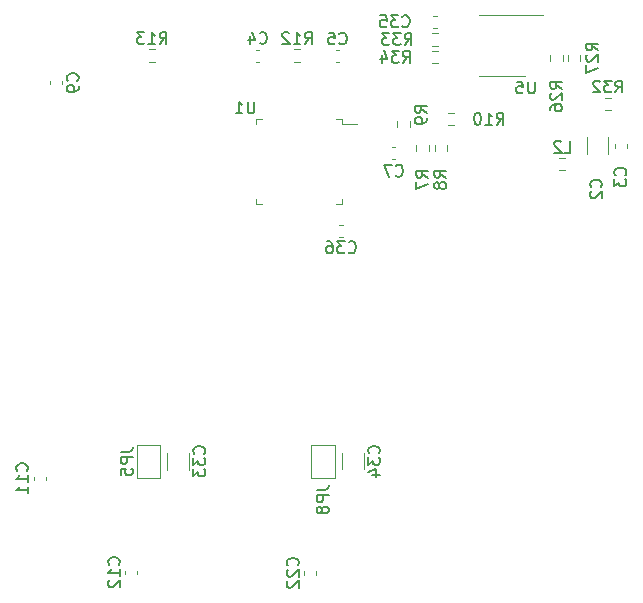
<source format=gbr>
%TF.GenerationSoftware,KiCad,Pcbnew,(6.0.4)*%
%TF.CreationDate,2023-06-02T13:45:04+02:00*%
%TF.ProjectId,Modbus-RJ45-Breakout,4d6f6462-7573-42d5-924a-34352d427265,0.0.2*%
%TF.SameCoordinates,Original*%
%TF.FileFunction,Legend,Bot*%
%TF.FilePolarity,Positive*%
%FSLAX46Y46*%
G04 Gerber Fmt 4.6, Leading zero omitted, Abs format (unit mm)*
G04 Created by KiCad (PCBNEW (6.0.4)) date 2023-06-02 13:45:04*
%MOMM*%
%LPD*%
G01*
G04 APERTURE LIST*
%ADD10C,0.150000*%
%ADD11C,0.120000*%
G04 APERTURE END LIST*
D10*
%TO.C,JP5*%
X87802380Y-87591666D02*
X88516666Y-87591666D01*
X88659523Y-87544047D01*
X88754761Y-87448809D01*
X88802380Y-87305952D01*
X88802380Y-87210714D01*
X88802380Y-88067857D02*
X87802380Y-88067857D01*
X87802380Y-88448809D01*
X87850000Y-88544047D01*
X87897619Y-88591666D01*
X87992857Y-88639285D01*
X88135714Y-88639285D01*
X88230952Y-88591666D01*
X88278571Y-88544047D01*
X88326190Y-88448809D01*
X88326190Y-88067857D01*
X87802380Y-89544047D02*
X87802380Y-89067857D01*
X88278571Y-89020238D01*
X88230952Y-89067857D01*
X88183333Y-89163095D01*
X88183333Y-89401190D01*
X88230952Y-89496428D01*
X88278571Y-89544047D01*
X88373809Y-89591666D01*
X88611904Y-89591666D01*
X88707142Y-89544047D01*
X88754761Y-89496428D01*
X88802380Y-89401190D01*
X88802380Y-89163095D01*
X88754761Y-89067857D01*
X88707142Y-89020238D01*
%TO.C,C35*%
X111642857Y-51557142D02*
X111690476Y-51604761D01*
X111833333Y-51652380D01*
X111928571Y-51652380D01*
X112071428Y-51604761D01*
X112166666Y-51509523D01*
X112214285Y-51414285D01*
X112261904Y-51223809D01*
X112261904Y-51080952D01*
X112214285Y-50890476D01*
X112166666Y-50795238D01*
X112071428Y-50700000D01*
X111928571Y-50652380D01*
X111833333Y-50652380D01*
X111690476Y-50700000D01*
X111642857Y-50747619D01*
X111309523Y-50652380D02*
X110690476Y-50652380D01*
X111023809Y-51033333D01*
X110880952Y-51033333D01*
X110785714Y-51080952D01*
X110738095Y-51128571D01*
X110690476Y-51223809D01*
X110690476Y-51461904D01*
X110738095Y-51557142D01*
X110785714Y-51604761D01*
X110880952Y-51652380D01*
X111166666Y-51652380D01*
X111261904Y-51604761D01*
X111309523Y-51557142D01*
X109785714Y-50652380D02*
X110261904Y-50652380D01*
X110309523Y-51128571D01*
X110261904Y-51080952D01*
X110166666Y-51033333D01*
X109928571Y-51033333D01*
X109833333Y-51080952D01*
X109785714Y-51128571D01*
X109738095Y-51223809D01*
X109738095Y-51461904D01*
X109785714Y-51557142D01*
X109833333Y-51604761D01*
X109928571Y-51652380D01*
X110166666Y-51652380D01*
X110261904Y-51604761D01*
X110309523Y-51557142D01*
%TO.C,R10*%
X119630357Y-59902380D02*
X119963690Y-59426190D01*
X120201785Y-59902380D02*
X120201785Y-58902380D01*
X119820833Y-58902380D01*
X119725595Y-58950000D01*
X119677976Y-58997619D01*
X119630357Y-59092857D01*
X119630357Y-59235714D01*
X119677976Y-59330952D01*
X119725595Y-59378571D01*
X119820833Y-59426190D01*
X120201785Y-59426190D01*
X118677976Y-59902380D02*
X119249404Y-59902380D01*
X118963690Y-59902380D02*
X118963690Y-58902380D01*
X119058928Y-59045238D01*
X119154166Y-59140476D01*
X119249404Y-59188095D01*
X118058928Y-58902380D02*
X117963690Y-58902380D01*
X117868452Y-58950000D01*
X117820833Y-58997619D01*
X117773214Y-59092857D01*
X117725595Y-59283333D01*
X117725595Y-59521428D01*
X117773214Y-59711904D01*
X117820833Y-59807142D01*
X117868452Y-59854761D01*
X117963690Y-59902380D01*
X118058928Y-59902380D01*
X118154166Y-59854761D01*
X118201785Y-59807142D01*
X118249404Y-59711904D01*
X118297023Y-59521428D01*
X118297023Y-59283333D01*
X118249404Y-59092857D01*
X118201785Y-58997619D01*
X118154166Y-58950000D01*
X118058928Y-58902380D01*
%TO.C,C11*%
X79857142Y-89207142D02*
X79904761Y-89159523D01*
X79952380Y-89016666D01*
X79952380Y-88921428D01*
X79904761Y-88778571D01*
X79809523Y-88683333D01*
X79714285Y-88635714D01*
X79523809Y-88588095D01*
X79380952Y-88588095D01*
X79190476Y-88635714D01*
X79095238Y-88683333D01*
X79000000Y-88778571D01*
X78952380Y-88921428D01*
X78952380Y-89016666D01*
X79000000Y-89159523D01*
X79047619Y-89207142D01*
X79952380Y-90159523D02*
X79952380Y-89588095D01*
X79952380Y-89873809D02*
X78952380Y-89873809D01*
X79095238Y-89778571D01*
X79190476Y-89683333D01*
X79238095Y-89588095D01*
X79952380Y-91111904D02*
X79952380Y-90540476D01*
X79952380Y-90826190D02*
X78952380Y-90826190D01*
X79095238Y-90730952D01*
X79190476Y-90635714D01*
X79238095Y-90540476D01*
%TO.C,R12*%
X103392857Y-53072380D02*
X103726190Y-52596190D01*
X103964285Y-53072380D02*
X103964285Y-52072380D01*
X103583333Y-52072380D01*
X103488095Y-52120000D01*
X103440476Y-52167619D01*
X103392857Y-52262857D01*
X103392857Y-52405714D01*
X103440476Y-52500952D01*
X103488095Y-52548571D01*
X103583333Y-52596190D01*
X103964285Y-52596190D01*
X102440476Y-53072380D02*
X103011904Y-53072380D01*
X102726190Y-53072380D02*
X102726190Y-52072380D01*
X102821428Y-52215238D01*
X102916666Y-52310476D01*
X103011904Y-52358095D01*
X102059523Y-52167619D02*
X102011904Y-52120000D01*
X101916666Y-52072380D01*
X101678571Y-52072380D01*
X101583333Y-52120000D01*
X101535714Y-52167619D01*
X101488095Y-52262857D01*
X101488095Y-52358095D01*
X101535714Y-52500952D01*
X102107142Y-53072380D01*
X101488095Y-53072380D01*
%TO.C,C9*%
X84137142Y-56183333D02*
X84184761Y-56135714D01*
X84232380Y-55992857D01*
X84232380Y-55897619D01*
X84184761Y-55754761D01*
X84089523Y-55659523D01*
X83994285Y-55611904D01*
X83803809Y-55564285D01*
X83660952Y-55564285D01*
X83470476Y-55611904D01*
X83375238Y-55659523D01*
X83280000Y-55754761D01*
X83232380Y-55897619D01*
X83232380Y-55992857D01*
X83280000Y-56135714D01*
X83327619Y-56183333D01*
X84232380Y-56659523D02*
X84232380Y-56850000D01*
X84184761Y-56945238D01*
X84137142Y-56992857D01*
X83994285Y-57088095D01*
X83803809Y-57135714D01*
X83422857Y-57135714D01*
X83327619Y-57088095D01*
X83280000Y-57040476D01*
X83232380Y-56945238D01*
X83232380Y-56754761D01*
X83280000Y-56659523D01*
X83327619Y-56611904D01*
X83422857Y-56564285D01*
X83660952Y-56564285D01*
X83756190Y-56611904D01*
X83803809Y-56659523D01*
X83851428Y-56754761D01*
X83851428Y-56945238D01*
X83803809Y-57040476D01*
X83756190Y-57088095D01*
X83660952Y-57135714D01*
%TO.C,C5*%
X106316666Y-53007142D02*
X106364285Y-53054761D01*
X106507142Y-53102380D01*
X106602380Y-53102380D01*
X106745238Y-53054761D01*
X106840476Y-52959523D01*
X106888095Y-52864285D01*
X106935714Y-52673809D01*
X106935714Y-52530952D01*
X106888095Y-52340476D01*
X106840476Y-52245238D01*
X106745238Y-52150000D01*
X106602380Y-52102380D01*
X106507142Y-52102380D01*
X106364285Y-52150000D01*
X106316666Y-52197619D01*
X105411904Y-52102380D02*
X105888095Y-52102380D01*
X105935714Y-52578571D01*
X105888095Y-52530952D01*
X105792857Y-52483333D01*
X105554761Y-52483333D01*
X105459523Y-52530952D01*
X105411904Y-52578571D01*
X105364285Y-52673809D01*
X105364285Y-52911904D01*
X105411904Y-53007142D01*
X105459523Y-53054761D01*
X105554761Y-53102380D01*
X105792857Y-53102380D01*
X105888095Y-53054761D01*
X105935714Y-53007142D01*
%TO.C,U5*%
X122861904Y-56252380D02*
X122861904Y-57061904D01*
X122814285Y-57157142D01*
X122766666Y-57204761D01*
X122671428Y-57252380D01*
X122480952Y-57252380D01*
X122385714Y-57204761D01*
X122338095Y-57157142D01*
X122290476Y-57061904D01*
X122290476Y-56252380D01*
X121338095Y-56252380D02*
X121814285Y-56252380D01*
X121861904Y-56728571D01*
X121814285Y-56680952D01*
X121719047Y-56633333D01*
X121480952Y-56633333D01*
X121385714Y-56680952D01*
X121338095Y-56728571D01*
X121290476Y-56823809D01*
X121290476Y-57061904D01*
X121338095Y-57157142D01*
X121385714Y-57204761D01*
X121480952Y-57252380D01*
X121719047Y-57252380D01*
X121814285Y-57204761D01*
X121861904Y-57157142D01*
%TO.C,R13*%
X91092857Y-53072380D02*
X91426190Y-52596190D01*
X91664285Y-53072380D02*
X91664285Y-52072380D01*
X91283333Y-52072380D01*
X91188095Y-52120000D01*
X91140476Y-52167619D01*
X91092857Y-52262857D01*
X91092857Y-52405714D01*
X91140476Y-52500952D01*
X91188095Y-52548571D01*
X91283333Y-52596190D01*
X91664285Y-52596190D01*
X90140476Y-53072380D02*
X90711904Y-53072380D01*
X90426190Y-53072380D02*
X90426190Y-52072380D01*
X90521428Y-52215238D01*
X90616666Y-52310476D01*
X90711904Y-52358095D01*
X89807142Y-52072380D02*
X89188095Y-52072380D01*
X89521428Y-52453333D01*
X89378571Y-52453333D01*
X89283333Y-52500952D01*
X89235714Y-52548571D01*
X89188095Y-52643809D01*
X89188095Y-52881904D01*
X89235714Y-52977142D01*
X89283333Y-53024761D01*
X89378571Y-53072380D01*
X89664285Y-53072380D01*
X89759523Y-53024761D01*
X89807142Y-52977142D01*
%TO.C,R27*%
X128202380Y-53607142D02*
X127726190Y-53273809D01*
X128202380Y-53035714D02*
X127202380Y-53035714D01*
X127202380Y-53416666D01*
X127250000Y-53511904D01*
X127297619Y-53559523D01*
X127392857Y-53607142D01*
X127535714Y-53607142D01*
X127630952Y-53559523D01*
X127678571Y-53511904D01*
X127726190Y-53416666D01*
X127726190Y-53035714D01*
X127297619Y-53988095D02*
X127250000Y-54035714D01*
X127202380Y-54130952D01*
X127202380Y-54369047D01*
X127250000Y-54464285D01*
X127297619Y-54511904D01*
X127392857Y-54559523D01*
X127488095Y-54559523D01*
X127630952Y-54511904D01*
X128202380Y-53940476D01*
X128202380Y-54559523D01*
X127202380Y-54892857D02*
X127202380Y-55559523D01*
X128202380Y-55130952D01*
%TO.C,R34*%
X111692857Y-54652380D02*
X112026190Y-54176190D01*
X112264285Y-54652380D02*
X112264285Y-53652380D01*
X111883333Y-53652380D01*
X111788095Y-53700000D01*
X111740476Y-53747619D01*
X111692857Y-53842857D01*
X111692857Y-53985714D01*
X111740476Y-54080952D01*
X111788095Y-54128571D01*
X111883333Y-54176190D01*
X112264285Y-54176190D01*
X111359523Y-53652380D02*
X110740476Y-53652380D01*
X111073809Y-54033333D01*
X110930952Y-54033333D01*
X110835714Y-54080952D01*
X110788095Y-54128571D01*
X110740476Y-54223809D01*
X110740476Y-54461904D01*
X110788095Y-54557142D01*
X110835714Y-54604761D01*
X110930952Y-54652380D01*
X111216666Y-54652380D01*
X111311904Y-54604761D01*
X111359523Y-54557142D01*
X109883333Y-53985714D02*
X109883333Y-54652380D01*
X110121428Y-53604761D02*
X110359523Y-54319047D01*
X109740476Y-54319047D01*
%TO.C,JP8*%
X104402380Y-90816666D02*
X105116666Y-90816666D01*
X105259523Y-90769047D01*
X105354761Y-90673809D01*
X105402380Y-90530952D01*
X105402380Y-90435714D01*
X105402380Y-91292857D02*
X104402380Y-91292857D01*
X104402380Y-91673809D01*
X104450000Y-91769047D01*
X104497619Y-91816666D01*
X104592857Y-91864285D01*
X104735714Y-91864285D01*
X104830952Y-91816666D01*
X104878571Y-91769047D01*
X104926190Y-91673809D01*
X104926190Y-91292857D01*
X104830952Y-92435714D02*
X104783333Y-92340476D01*
X104735714Y-92292857D01*
X104640476Y-92245238D01*
X104592857Y-92245238D01*
X104497619Y-92292857D01*
X104450000Y-92340476D01*
X104402380Y-92435714D01*
X104402380Y-92626190D01*
X104450000Y-92721428D01*
X104497619Y-92769047D01*
X104592857Y-92816666D01*
X104640476Y-92816666D01*
X104735714Y-92769047D01*
X104783333Y-92721428D01*
X104830952Y-92626190D01*
X104830952Y-92435714D01*
X104878571Y-92340476D01*
X104926190Y-92292857D01*
X105021428Y-92245238D01*
X105211904Y-92245238D01*
X105307142Y-92292857D01*
X105354761Y-92340476D01*
X105402380Y-92435714D01*
X105402380Y-92626190D01*
X105354761Y-92721428D01*
X105307142Y-92769047D01*
X105211904Y-92816666D01*
X105021428Y-92816666D01*
X104926190Y-92769047D01*
X104878571Y-92721428D01*
X104830952Y-92626190D01*
%TO.C,C3*%
X130507142Y-64183333D02*
X130554761Y-64135714D01*
X130602380Y-63992857D01*
X130602380Y-63897619D01*
X130554761Y-63754761D01*
X130459523Y-63659523D01*
X130364285Y-63611904D01*
X130173809Y-63564285D01*
X130030952Y-63564285D01*
X129840476Y-63611904D01*
X129745238Y-63659523D01*
X129650000Y-63754761D01*
X129602380Y-63897619D01*
X129602380Y-63992857D01*
X129650000Y-64135714D01*
X129697619Y-64183333D01*
X129602380Y-64516666D02*
X129602380Y-65135714D01*
X129983333Y-64802380D01*
X129983333Y-64945238D01*
X130030952Y-65040476D01*
X130078571Y-65088095D01*
X130173809Y-65135714D01*
X130411904Y-65135714D01*
X130507142Y-65088095D01*
X130554761Y-65040476D01*
X130602380Y-64945238D01*
X130602380Y-64659523D01*
X130554761Y-64564285D01*
X130507142Y-64516666D01*
%TO.C,C34*%
X109657142Y-87744642D02*
X109704761Y-87697023D01*
X109752380Y-87554166D01*
X109752380Y-87458928D01*
X109704761Y-87316071D01*
X109609523Y-87220833D01*
X109514285Y-87173214D01*
X109323809Y-87125595D01*
X109180952Y-87125595D01*
X108990476Y-87173214D01*
X108895238Y-87220833D01*
X108800000Y-87316071D01*
X108752380Y-87458928D01*
X108752380Y-87554166D01*
X108800000Y-87697023D01*
X108847619Y-87744642D01*
X108752380Y-88077976D02*
X108752380Y-88697023D01*
X109133333Y-88363690D01*
X109133333Y-88506547D01*
X109180952Y-88601785D01*
X109228571Y-88649404D01*
X109323809Y-88697023D01*
X109561904Y-88697023D01*
X109657142Y-88649404D01*
X109704761Y-88601785D01*
X109752380Y-88506547D01*
X109752380Y-88220833D01*
X109704761Y-88125595D01*
X109657142Y-88077976D01*
X109085714Y-89554166D02*
X109752380Y-89554166D01*
X108704761Y-89316071D02*
X109419047Y-89077976D01*
X109419047Y-89697023D01*
%TO.C,C2*%
X128457142Y-65170833D02*
X128504761Y-65123214D01*
X128552380Y-64980357D01*
X128552380Y-64885119D01*
X128504761Y-64742261D01*
X128409523Y-64647023D01*
X128314285Y-64599404D01*
X128123809Y-64551785D01*
X127980952Y-64551785D01*
X127790476Y-64599404D01*
X127695238Y-64647023D01*
X127600000Y-64742261D01*
X127552380Y-64885119D01*
X127552380Y-64980357D01*
X127600000Y-65123214D01*
X127647619Y-65170833D01*
X127647619Y-65551785D02*
X127600000Y-65599404D01*
X127552380Y-65694642D01*
X127552380Y-65932738D01*
X127600000Y-66027976D01*
X127647619Y-66075595D01*
X127742857Y-66123214D01*
X127838095Y-66123214D01*
X127980952Y-66075595D01*
X128552380Y-65504166D01*
X128552380Y-66123214D01*
%TO.C,C4*%
X99566666Y-52977142D02*
X99614285Y-53024761D01*
X99757142Y-53072380D01*
X99852380Y-53072380D01*
X99995238Y-53024761D01*
X100090476Y-52929523D01*
X100138095Y-52834285D01*
X100185714Y-52643809D01*
X100185714Y-52500952D01*
X100138095Y-52310476D01*
X100090476Y-52215238D01*
X99995238Y-52120000D01*
X99852380Y-52072380D01*
X99757142Y-52072380D01*
X99614285Y-52120000D01*
X99566666Y-52167619D01*
X98709523Y-52405714D02*
X98709523Y-53072380D01*
X98947619Y-52024761D02*
X99185714Y-52739047D01*
X98566666Y-52739047D01*
%TO.C,C7*%
X111066666Y-64207142D02*
X111114285Y-64254761D01*
X111257142Y-64302380D01*
X111352380Y-64302380D01*
X111495238Y-64254761D01*
X111590476Y-64159523D01*
X111638095Y-64064285D01*
X111685714Y-63873809D01*
X111685714Y-63730952D01*
X111638095Y-63540476D01*
X111590476Y-63445238D01*
X111495238Y-63350000D01*
X111352380Y-63302380D01*
X111257142Y-63302380D01*
X111114285Y-63350000D01*
X111066666Y-63397619D01*
X110733333Y-63302380D02*
X110066666Y-63302380D01*
X110495238Y-64302380D01*
%TO.C,R8*%
X115352380Y-64383333D02*
X114876190Y-64050000D01*
X115352380Y-63811904D02*
X114352380Y-63811904D01*
X114352380Y-64192857D01*
X114400000Y-64288095D01*
X114447619Y-64335714D01*
X114542857Y-64383333D01*
X114685714Y-64383333D01*
X114780952Y-64335714D01*
X114828571Y-64288095D01*
X114876190Y-64192857D01*
X114876190Y-63811904D01*
X114780952Y-64954761D02*
X114733333Y-64859523D01*
X114685714Y-64811904D01*
X114590476Y-64764285D01*
X114542857Y-64764285D01*
X114447619Y-64811904D01*
X114400000Y-64859523D01*
X114352380Y-64954761D01*
X114352380Y-65145238D01*
X114400000Y-65240476D01*
X114447619Y-65288095D01*
X114542857Y-65335714D01*
X114590476Y-65335714D01*
X114685714Y-65288095D01*
X114733333Y-65240476D01*
X114780952Y-65145238D01*
X114780952Y-64954761D01*
X114828571Y-64859523D01*
X114876190Y-64811904D01*
X114971428Y-64764285D01*
X115161904Y-64764285D01*
X115257142Y-64811904D01*
X115304761Y-64859523D01*
X115352380Y-64954761D01*
X115352380Y-65145238D01*
X115304761Y-65240476D01*
X115257142Y-65288095D01*
X115161904Y-65335714D01*
X114971428Y-65335714D01*
X114876190Y-65288095D01*
X114828571Y-65240476D01*
X114780952Y-65145238D01*
%TO.C,C33*%
X94857142Y-87757142D02*
X94904761Y-87709523D01*
X94952380Y-87566666D01*
X94952380Y-87471428D01*
X94904761Y-87328571D01*
X94809523Y-87233333D01*
X94714285Y-87185714D01*
X94523809Y-87138095D01*
X94380952Y-87138095D01*
X94190476Y-87185714D01*
X94095238Y-87233333D01*
X94000000Y-87328571D01*
X93952380Y-87471428D01*
X93952380Y-87566666D01*
X94000000Y-87709523D01*
X94047619Y-87757142D01*
X93952380Y-88090476D02*
X93952380Y-88709523D01*
X94333333Y-88376190D01*
X94333333Y-88519047D01*
X94380952Y-88614285D01*
X94428571Y-88661904D01*
X94523809Y-88709523D01*
X94761904Y-88709523D01*
X94857142Y-88661904D01*
X94904761Y-88614285D01*
X94952380Y-88519047D01*
X94952380Y-88233333D01*
X94904761Y-88138095D01*
X94857142Y-88090476D01*
X93952380Y-89042857D02*
X93952380Y-89661904D01*
X94333333Y-89328571D01*
X94333333Y-89471428D01*
X94380952Y-89566666D01*
X94428571Y-89614285D01*
X94523809Y-89661904D01*
X94761904Y-89661904D01*
X94857142Y-89614285D01*
X94904761Y-89566666D01*
X94952380Y-89471428D01*
X94952380Y-89185714D01*
X94904761Y-89090476D01*
X94857142Y-89042857D01*
%TO.C,R32*%
X129692857Y-57172380D02*
X130026190Y-56696190D01*
X130264285Y-57172380D02*
X130264285Y-56172380D01*
X129883333Y-56172380D01*
X129788095Y-56220000D01*
X129740476Y-56267619D01*
X129692857Y-56362857D01*
X129692857Y-56505714D01*
X129740476Y-56600952D01*
X129788095Y-56648571D01*
X129883333Y-56696190D01*
X130264285Y-56696190D01*
X129359523Y-56172380D02*
X128740476Y-56172380D01*
X129073809Y-56553333D01*
X128930952Y-56553333D01*
X128835714Y-56600952D01*
X128788095Y-56648571D01*
X128740476Y-56743809D01*
X128740476Y-56981904D01*
X128788095Y-57077142D01*
X128835714Y-57124761D01*
X128930952Y-57172380D01*
X129216666Y-57172380D01*
X129311904Y-57124761D01*
X129359523Y-57077142D01*
X128359523Y-56267619D02*
X128311904Y-56220000D01*
X128216666Y-56172380D01*
X127978571Y-56172380D01*
X127883333Y-56220000D01*
X127835714Y-56267619D01*
X127788095Y-56362857D01*
X127788095Y-56458095D01*
X127835714Y-56600952D01*
X128407142Y-57172380D01*
X127788095Y-57172380D01*
%TO.C,R9*%
X113702380Y-58883333D02*
X113226190Y-58550000D01*
X113702380Y-58311904D02*
X112702380Y-58311904D01*
X112702380Y-58692857D01*
X112750000Y-58788095D01*
X112797619Y-58835714D01*
X112892857Y-58883333D01*
X113035714Y-58883333D01*
X113130952Y-58835714D01*
X113178571Y-58788095D01*
X113226190Y-58692857D01*
X113226190Y-58311904D01*
X113702380Y-59359523D02*
X113702380Y-59550000D01*
X113654761Y-59645238D01*
X113607142Y-59692857D01*
X113464285Y-59788095D01*
X113273809Y-59835714D01*
X112892857Y-59835714D01*
X112797619Y-59788095D01*
X112750000Y-59740476D01*
X112702380Y-59645238D01*
X112702380Y-59454761D01*
X112750000Y-59359523D01*
X112797619Y-59311904D01*
X112892857Y-59264285D01*
X113130952Y-59264285D01*
X113226190Y-59311904D01*
X113273809Y-59359523D01*
X113321428Y-59454761D01*
X113321428Y-59645238D01*
X113273809Y-59740476D01*
X113226190Y-59788095D01*
X113130952Y-59835714D01*
%TO.C,C22*%
X102777142Y-97207142D02*
X102824761Y-97159523D01*
X102872380Y-97016666D01*
X102872380Y-96921428D01*
X102824761Y-96778571D01*
X102729523Y-96683333D01*
X102634285Y-96635714D01*
X102443809Y-96588095D01*
X102300952Y-96588095D01*
X102110476Y-96635714D01*
X102015238Y-96683333D01*
X101920000Y-96778571D01*
X101872380Y-96921428D01*
X101872380Y-97016666D01*
X101920000Y-97159523D01*
X101967619Y-97207142D01*
X101967619Y-97588095D02*
X101920000Y-97635714D01*
X101872380Y-97730952D01*
X101872380Y-97969047D01*
X101920000Y-98064285D01*
X101967619Y-98111904D01*
X102062857Y-98159523D01*
X102158095Y-98159523D01*
X102300952Y-98111904D01*
X102872380Y-97540476D01*
X102872380Y-98159523D01*
X101967619Y-98540476D02*
X101920000Y-98588095D01*
X101872380Y-98683333D01*
X101872380Y-98921428D01*
X101920000Y-99016666D01*
X101967619Y-99064285D01*
X102062857Y-99111904D01*
X102158095Y-99111904D01*
X102300952Y-99064285D01*
X102872380Y-98492857D01*
X102872380Y-99111904D01*
%TO.C,C36*%
X107092857Y-70687142D02*
X107140476Y-70734761D01*
X107283333Y-70782380D01*
X107378571Y-70782380D01*
X107521428Y-70734761D01*
X107616666Y-70639523D01*
X107664285Y-70544285D01*
X107711904Y-70353809D01*
X107711904Y-70210952D01*
X107664285Y-70020476D01*
X107616666Y-69925238D01*
X107521428Y-69830000D01*
X107378571Y-69782380D01*
X107283333Y-69782380D01*
X107140476Y-69830000D01*
X107092857Y-69877619D01*
X106759523Y-69782380D02*
X106140476Y-69782380D01*
X106473809Y-70163333D01*
X106330952Y-70163333D01*
X106235714Y-70210952D01*
X106188095Y-70258571D01*
X106140476Y-70353809D01*
X106140476Y-70591904D01*
X106188095Y-70687142D01*
X106235714Y-70734761D01*
X106330952Y-70782380D01*
X106616666Y-70782380D01*
X106711904Y-70734761D01*
X106759523Y-70687142D01*
X105283333Y-69782380D02*
X105473809Y-69782380D01*
X105569047Y-69830000D01*
X105616666Y-69877619D01*
X105711904Y-70020476D01*
X105759523Y-70210952D01*
X105759523Y-70591904D01*
X105711904Y-70687142D01*
X105664285Y-70734761D01*
X105569047Y-70782380D01*
X105378571Y-70782380D01*
X105283333Y-70734761D01*
X105235714Y-70687142D01*
X105188095Y-70591904D01*
X105188095Y-70353809D01*
X105235714Y-70258571D01*
X105283333Y-70210952D01*
X105378571Y-70163333D01*
X105569047Y-70163333D01*
X105664285Y-70210952D01*
X105711904Y-70258571D01*
X105759523Y-70353809D01*
%TO.C,R7*%
X113802380Y-64383333D02*
X113326190Y-64050000D01*
X113802380Y-63811904D02*
X112802380Y-63811904D01*
X112802380Y-64192857D01*
X112850000Y-64288095D01*
X112897619Y-64335714D01*
X112992857Y-64383333D01*
X113135714Y-64383333D01*
X113230952Y-64335714D01*
X113278571Y-64288095D01*
X113326190Y-64192857D01*
X113326190Y-63811904D01*
X112802380Y-64716666D02*
X112802380Y-65383333D01*
X113802380Y-64954761D01*
%TO.C,R26*%
X125152380Y-56857142D02*
X124676190Y-56523809D01*
X125152380Y-56285714D02*
X124152380Y-56285714D01*
X124152380Y-56666666D01*
X124200000Y-56761904D01*
X124247619Y-56809523D01*
X124342857Y-56857142D01*
X124485714Y-56857142D01*
X124580952Y-56809523D01*
X124628571Y-56761904D01*
X124676190Y-56666666D01*
X124676190Y-56285714D01*
X124247619Y-57238095D02*
X124200000Y-57285714D01*
X124152380Y-57380952D01*
X124152380Y-57619047D01*
X124200000Y-57714285D01*
X124247619Y-57761904D01*
X124342857Y-57809523D01*
X124438095Y-57809523D01*
X124580952Y-57761904D01*
X125152380Y-57190476D01*
X125152380Y-57809523D01*
X124152380Y-58666666D02*
X124152380Y-58476190D01*
X124200000Y-58380952D01*
X124247619Y-58333333D01*
X124390476Y-58238095D01*
X124580952Y-58190476D01*
X124961904Y-58190476D01*
X125057142Y-58238095D01*
X125104761Y-58285714D01*
X125152380Y-58380952D01*
X125152380Y-58571428D01*
X125104761Y-58666666D01*
X125057142Y-58714285D01*
X124961904Y-58761904D01*
X124723809Y-58761904D01*
X124628571Y-58714285D01*
X124580952Y-58666666D01*
X124533333Y-58571428D01*
X124533333Y-58380952D01*
X124580952Y-58285714D01*
X124628571Y-58238095D01*
X124723809Y-58190476D01*
%TO.C,L2*%
X125366666Y-62272380D02*
X125842857Y-62272380D01*
X125842857Y-61272380D01*
X125080952Y-61367619D02*
X125033333Y-61320000D01*
X124938095Y-61272380D01*
X124700000Y-61272380D01*
X124604761Y-61320000D01*
X124557142Y-61367619D01*
X124509523Y-61462857D01*
X124509523Y-61558095D01*
X124557142Y-61700952D01*
X125128571Y-62272380D01*
X124509523Y-62272380D01*
%TO.C,U1*%
X99111904Y-57952380D02*
X99111904Y-58761904D01*
X99064285Y-58857142D01*
X99016666Y-58904761D01*
X98921428Y-58952380D01*
X98730952Y-58952380D01*
X98635714Y-58904761D01*
X98588095Y-58857142D01*
X98540476Y-58761904D01*
X98540476Y-57952380D01*
X97540476Y-58952380D02*
X98111904Y-58952380D01*
X97826190Y-58952380D02*
X97826190Y-57952380D01*
X97921428Y-58095238D01*
X98016666Y-58190476D01*
X98111904Y-58238095D01*
%TO.C,R33*%
X111842857Y-53152380D02*
X112176190Y-52676190D01*
X112414285Y-53152380D02*
X112414285Y-52152380D01*
X112033333Y-52152380D01*
X111938095Y-52200000D01*
X111890476Y-52247619D01*
X111842857Y-52342857D01*
X111842857Y-52485714D01*
X111890476Y-52580952D01*
X111938095Y-52628571D01*
X112033333Y-52676190D01*
X112414285Y-52676190D01*
X111509523Y-52152380D02*
X110890476Y-52152380D01*
X111223809Y-52533333D01*
X111080952Y-52533333D01*
X110985714Y-52580952D01*
X110938095Y-52628571D01*
X110890476Y-52723809D01*
X110890476Y-52961904D01*
X110938095Y-53057142D01*
X110985714Y-53104761D01*
X111080952Y-53152380D01*
X111366666Y-53152380D01*
X111461904Y-53104761D01*
X111509523Y-53057142D01*
X110557142Y-52152380D02*
X109938095Y-52152380D01*
X110271428Y-52533333D01*
X110128571Y-52533333D01*
X110033333Y-52580952D01*
X109985714Y-52628571D01*
X109938095Y-52723809D01*
X109938095Y-52961904D01*
X109985714Y-53057142D01*
X110033333Y-53104761D01*
X110128571Y-53152380D01*
X110414285Y-53152380D01*
X110509523Y-53104761D01*
X110557142Y-53057142D01*
%TO.C,C12*%
X87627142Y-97157142D02*
X87674761Y-97109523D01*
X87722380Y-96966666D01*
X87722380Y-96871428D01*
X87674761Y-96728571D01*
X87579523Y-96633333D01*
X87484285Y-96585714D01*
X87293809Y-96538095D01*
X87150952Y-96538095D01*
X86960476Y-96585714D01*
X86865238Y-96633333D01*
X86770000Y-96728571D01*
X86722380Y-96871428D01*
X86722380Y-96966666D01*
X86770000Y-97109523D01*
X86817619Y-97157142D01*
X87722380Y-98109523D02*
X87722380Y-97538095D01*
X87722380Y-97823809D02*
X86722380Y-97823809D01*
X86865238Y-97728571D01*
X86960476Y-97633333D01*
X87008095Y-97538095D01*
X86817619Y-98490476D02*
X86770000Y-98538095D01*
X86722380Y-98633333D01*
X86722380Y-98871428D01*
X86770000Y-98966666D01*
X86817619Y-99014285D01*
X86912857Y-99061904D01*
X87008095Y-99061904D01*
X87150952Y-99014285D01*
X87722380Y-98442857D01*
X87722380Y-99061904D01*
D11*
%TO.C,JP5*%
X89150000Y-89825000D02*
X91150000Y-89825000D01*
X89150000Y-87025000D02*
X89150000Y-89825000D01*
X91150000Y-87025000D02*
X89150000Y-87025000D01*
X91150000Y-89825000D02*
X91150000Y-87025000D01*
%TO.C,C35*%
X114546267Y-50690000D02*
X114253733Y-50690000D01*
X114546267Y-51710000D02*
X114253733Y-51710000D01*
%TO.C,R10*%
X116054724Y-59972500D02*
X115545276Y-59972500D01*
X116054724Y-58927500D02*
X115545276Y-58927500D01*
%TO.C,C11*%
X81460000Y-89996267D02*
X81460000Y-89703733D01*
X80440000Y-89996267D02*
X80440000Y-89703733D01*
%TO.C,R12*%
X103004724Y-54572500D02*
X102495276Y-54572500D01*
X103004724Y-53527500D02*
X102495276Y-53527500D01*
%TO.C,C9*%
X81840000Y-56496267D02*
X81840000Y-56203733D01*
X82860000Y-56496267D02*
X82860000Y-56203733D01*
%TO.C,C5*%
X106003733Y-53540000D02*
X106296267Y-53540000D01*
X106003733Y-54560000D02*
X106296267Y-54560000D01*
%TO.C,U5*%
X120100000Y-50640000D02*
X118150000Y-50640000D01*
X120100000Y-55760000D02*
X122050000Y-55760000D01*
X120100000Y-50640000D02*
X123550000Y-50640000D01*
X120100000Y-55760000D02*
X118150000Y-55760000D01*
%TO.C,R13*%
X90704724Y-54572500D02*
X90195276Y-54572500D01*
X90704724Y-53527500D02*
X90195276Y-53527500D01*
%TO.C,R27*%
X126722500Y-53995276D02*
X126722500Y-54504724D01*
X125677500Y-53995276D02*
X125677500Y-54504724D01*
%TO.C,R34*%
X114145276Y-53677500D02*
X114654724Y-53677500D01*
X114145276Y-54722500D02*
X114654724Y-54722500D01*
%TO.C,JP8*%
X105950000Y-89825000D02*
X105950000Y-87025000D01*
X103950000Y-87025000D02*
X103950000Y-89825000D01*
X105950000Y-87025000D02*
X103950000Y-87025000D01*
X103950000Y-89825000D02*
X105950000Y-89825000D01*
%TO.C,C3*%
X130660000Y-61846267D02*
X130660000Y-61553733D01*
X129640000Y-61846267D02*
X129640000Y-61553733D01*
%TO.C,C34*%
X106540000Y-89098752D02*
X106540000Y-87676248D01*
X108360000Y-89098752D02*
X108360000Y-87676248D01*
%TO.C,C2*%
X127240000Y-62411252D02*
X127240000Y-60988748D01*
X129060000Y-62411252D02*
X129060000Y-60988748D01*
%TO.C,C4*%
X99546267Y-53540000D02*
X99253733Y-53540000D01*
X99546267Y-54560000D02*
X99253733Y-54560000D01*
%TO.C,C7*%
X110753733Y-61790000D02*
X111046267Y-61790000D01*
X110753733Y-62810000D02*
X111046267Y-62810000D01*
%TO.C,R8*%
X115422500Y-62154724D02*
X115422500Y-61645276D01*
X114377500Y-62154724D02*
X114377500Y-61645276D01*
%TO.C,C33*%
X91740000Y-89111252D02*
X91740000Y-87688748D01*
X93560000Y-89111252D02*
X93560000Y-87688748D01*
%TO.C,R32*%
X129304724Y-58672500D02*
X128795276Y-58672500D01*
X129304724Y-57627500D02*
X128795276Y-57627500D01*
%TO.C,R9*%
X111227500Y-60104724D02*
X111227500Y-59595276D01*
X112272500Y-60104724D02*
X112272500Y-59595276D01*
%TO.C,C22*%
X103340000Y-97703733D02*
X103340000Y-97996267D01*
X104360000Y-97703733D02*
X104360000Y-97996267D01*
%TO.C,C36*%
X106303733Y-68390000D02*
X106596267Y-68390000D01*
X106303733Y-69410000D02*
X106596267Y-69410000D01*
%TO.C,R7*%
X113872500Y-62154724D02*
X113872500Y-61645276D01*
X112827500Y-62154724D02*
X112827500Y-61645276D01*
%TO.C,R26*%
X124177500Y-54504724D02*
X124177500Y-53995276D01*
X125222500Y-54504724D02*
X125222500Y-53995276D01*
%TO.C,L2*%
X125454724Y-62727500D02*
X124945276Y-62727500D01*
X125454724Y-63772500D02*
X124945276Y-63772500D01*
%TO.C,U1*%
X106510000Y-59840000D02*
X107800000Y-59840000D01*
X106060000Y-59390000D02*
X106510000Y-59390000D01*
X106510000Y-59390000D02*
X106510000Y-59840000D01*
X99740000Y-59390000D02*
X99290000Y-59390000D01*
X99290000Y-66610000D02*
X99290000Y-66160000D01*
X99290000Y-59390000D02*
X99290000Y-59840000D01*
X106510000Y-66610000D02*
X106510000Y-66160000D01*
X106060000Y-66610000D02*
X106510000Y-66610000D01*
X99740000Y-66610000D02*
X99290000Y-66610000D01*
%TO.C,R33*%
X114145276Y-52177500D02*
X114654724Y-52177500D01*
X114145276Y-53222500D02*
X114654724Y-53222500D01*
%TO.C,C12*%
X88190000Y-97653733D02*
X88190000Y-97946267D01*
X89210000Y-97653733D02*
X89210000Y-97946267D01*
%TD*%
M02*

</source>
